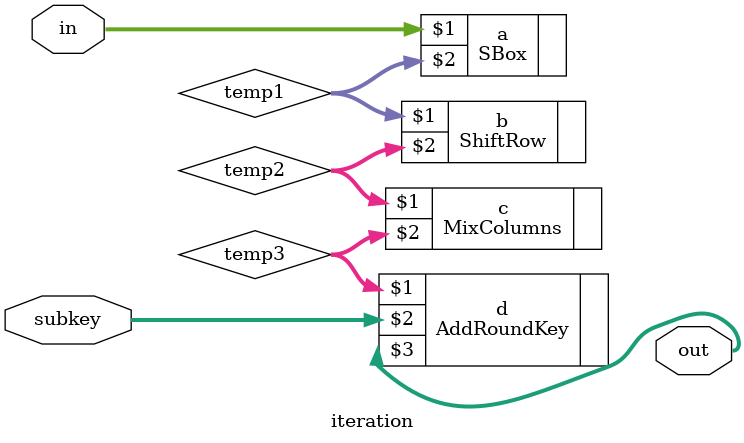
<source format=v>
module iteration(in,subkey,out);
input [127:0] in;
input [127:0] subkey;
output [127:0] out;

wire [127:0] temp1;
wire [127:0] temp2;
wire [127:0] temp3;
wire [127:0] temp4;

SBox a(in,temp1);
ShiftRow b(temp1,temp2);
MixColumns c(temp2,temp3);
AddRoundKey d(temp3,subkey,out);
		
endmodule
</source>
